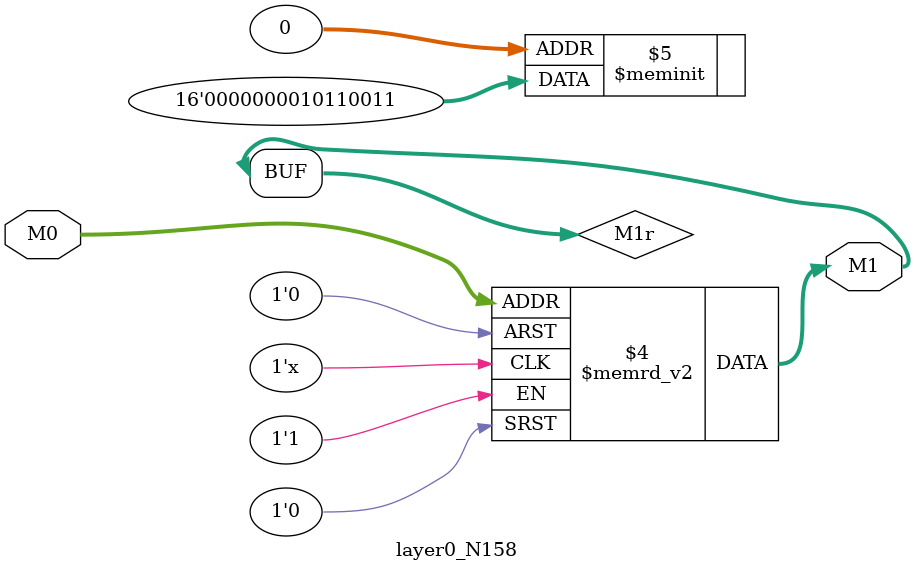
<source format=v>
module layer0_N158 ( input [2:0] M0, output [1:0] M1 );

	(*rom_style = "distributed" *) reg [1:0] M1r;
	assign M1 = M1r;
	always @ (M0) begin
		case (M0)
			3'b000: M1r = 2'b11;
			3'b100: M1r = 2'b00;
			3'b010: M1r = 2'b11;
			3'b110: M1r = 2'b00;
			3'b001: M1r = 2'b00;
			3'b101: M1r = 2'b00;
			3'b011: M1r = 2'b10;
			3'b111: M1r = 2'b00;

		endcase
	end
endmodule

</source>
